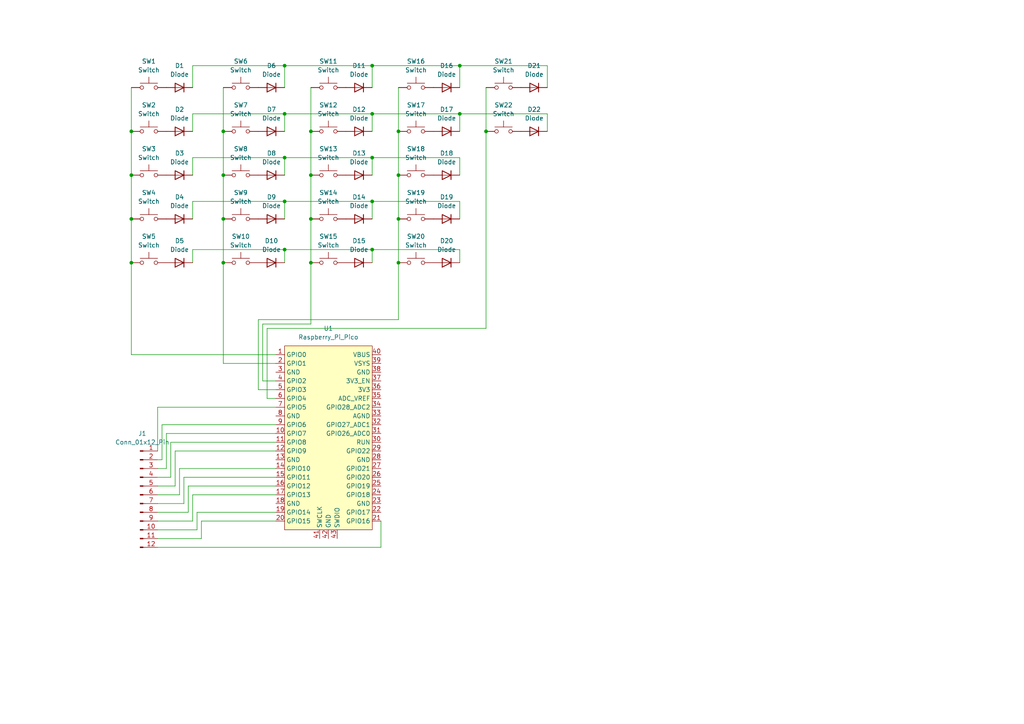
<source format=kicad_sch>
(kicad_sch (version 20230121) (generator eeschema)
  (paper "A4")
  (lib_symbols
    (symbol "Connector:Conn_01x12_Pin" (pin_names (offset 1.016) hide)
      (property "Reference" "J" (at 0 15.24 0))
      (property "Value" "Conn_01x12_Pin" (at 0 -17.78 0))
      (symbol "Conn_01x12_Pin_1_1"
        (polyline (pts (xy 1.27 -15.24) (xy 0.8636 -15.24)) (stroke (width 0.1524)))
        (polyline (pts (xy 1.27 -12.7) (xy 0.8636 -12.7)) (stroke (width 0.1524)))
        (polyline (pts (xy 1.27 -10.16) (xy 0.8636 -10.16)) (stroke (width 0.1524)))
        (polyline (pts (xy 1.27 -7.62) (xy 0.8636 -7.62)) (stroke (width 0.1524)))
        (polyline (pts (xy 1.27 -5.08) (xy 0.8636 -5.08)) (stroke (width 0.1524)))
        (polyline (pts (xy 1.27 -2.54) (xy 0.8636 -2.54)) (stroke (width 0.1524)))
        (polyline (pts (xy 1.27 0) (xy 0.8636 0)) (stroke (width 0.1524)))
        (polyline (pts (xy 1.27 2.54) (xy 0.8636 2.54)) (stroke (width 0.1524)))
        (polyline (pts (xy 1.27 5.08) (xy 0.8636 5.08)) (stroke (width 0.1524)))
        (polyline (pts (xy 1.27 7.62) (xy 0.8636 7.62)) (stroke (width 0.1524)))
        (polyline (pts (xy 1.27 10.16) (xy 0.8636 10.16)) (stroke (width 0.1524)))
        (polyline (pts (xy 1.27 12.7) (xy 0.8636 12.7)) (stroke (width 0.1524)))
        (rectangle (start 0.8636 -15.113) (end 0 -15.367) (stroke (width 0.1524)) (fill (type outline)))
        (rectangle (start 0.8636 -12.573) (end 0 -12.827) (stroke (width 0.1524)) (fill (type outline)))
        (rectangle (start 0.8636 -10.033) (end 0 -10.287) (stroke (width 0.1524)) (fill (type outline)))
        (rectangle (start 0.8636 -7.493) (end 0 -7.747) (stroke (width 0.1524)) (fill (type outline)))
        (rectangle (start 0.8636 -4.953) (end 0 -5.207) (stroke (width 0.1524)) (fill (type outline)))
        (rectangle (start 0.8636 -2.413) (end 0 -2.667) (stroke (width 0.1524)) (fill (type outline)))
        (rectangle (start 0.8636 0.127) (end 0 -0.127) (stroke (width 0.1524)) (fill (type outline)))
        (rectangle (start 0.8636 2.667) (end 0 2.413) (stroke (width 0.1524)) (fill (type outline)))
        (rectangle (start 0.8636 5.207) (end 0 4.953) (stroke (width 0.1524)) (fill (type outline)))
        (rectangle (start 0.8636 7.747) (end 0 7.493) (stroke (width 0.1524)) (fill (type outline)))
        (rectangle (start 0.8636 10.287) (end 0 10.033) (stroke (width 0.1524)) (fill (type outline)))
        (rectangle (start 0.8636 12.827) (end 0 12.573) (stroke (width 0.1524)) (fill (type outline)))
        (pin passive line (at 5.08 12.7 180) (length 3.81) (name "Pin_1") (number "1"))
        (pin passive line (at 5.08 -10.16 180) (length 3.81) (name "Pin_10") (number "10"))
        (pin passive line (at 5.08 -12.7 180) (length 3.81) (name "Pin_11") (number "11"))
        (pin passive line (at 5.08 -15.24 180) (length 3.81) (name "Pin_12") (number "12"))
        (pin passive line (at 5.08 10.16 180) (length 3.81) (name "Pin_2") (number "2"))
        (pin passive line (at 5.08 7.62 180) (length 3.81) (name "Pin_3") (number "3"))
        (pin passive line (at 5.08 5.08 180) (length 3.81) (name "Pin_4") (number "4"))
        (pin passive line (at 5.08 2.54 180) (length 3.81) (name "Pin_5") (number "5"))
        (pin passive line (at 5.08 0 180) (length 3.81) (name "Pin_6") (number "6"))
        (pin passive line (at 5.08 -2.54 180) (length 3.81) (name "Pin_7") (number "7"))
        (pin passive line (at 5.08 -5.08 180) (length 3.81) (name "Pin_8") (number "8"))
        (pin passive line (at 5.08 -7.62 180) (length 3.81) (name "Pin_9") (number "9"))
      )
    )
    (symbol "ScottoKeebs:MCU_Raspberry_Pi_Pico"
      (property "Reference" "U" (at 0 0 0))
      (property "Value" "Raspberry_Pi_Pico" (at 0 27.94 0))
      (symbol "MCU_Raspberry_Pi_Pico_0_1"
        (rectangle (start -12.7 26.67) (end 12.7 -26.67) (fill (type background)))
      )
      (symbol "MCU_Raspberry_Pi_Pico_1_1"
        (pin bidirectional line (at -15.24 24.13 0) (length 2.54) (name "GPIO0") (number "1"))
        (pin bidirectional line (at -15.24 1.27 0) (length 2.54) (name "GPIO7") (number "10"))
        (pin bidirectional line (at -15.24 -1.27 0) (length 2.54) (name "GPIO8") (number "11"))
        (pin bidirectional line (at -15.24 -3.81 0) (length 2.54) (name "GPIO9") (number "12"))
        (pin power_in line (at -15.24 -6.35 0) (length 2.54) (name "GND") (number "13"))
        (pin bidirectional line (at -15.24 -8.89 0) (length 2.54) (name "GPIO10") (number "14"))
        (pin bidirectional line (at -15.24 -11.43 0) (length 2.54) (name "GPIO11") (number "15"))
        (pin bidirectional line (at -15.24 -13.97 0) (length 2.54) (name "GPIO12") (number "16"))
        (pin bidirectional line (at -15.24 -16.51 0) (length 2.54) (name "GPIO13") (number "17"))
        (pin power_in line (at -15.24 -19.05 0) (length 2.54) (name "GND") (number "18"))
        (pin bidirectional line (at -15.24 -21.59 0) (length 2.54) (name "GPIO14") (number "19"))
        (pin bidirectional line (at -15.24 21.59 0) (length 2.54) (name "GPIO1") (number "2"))
        (pin bidirectional line (at -15.24 -24.13 0) (length 2.54) (name "GPIO15") (number "20"))
        (pin bidirectional line (at 15.24 -24.13 180) (length 2.54) (name "GPIO16") (number "21"))
        (pin bidirectional line (at 15.24 -21.59 180) (length 2.54) (name "GPIO17") (number "22"))
        (pin power_in line (at 15.24 -19.05 180) (length 2.54) (name "GND") (number "23"))
        (pin bidirectional line (at 15.24 -16.51 180) (length 2.54) (name "GPIO18") (number "24"))
        (pin bidirectional line (at 15.24 -13.97 180) (length 2.54) (name "GPIO19") (number "25"))
        (pin bidirectional line (at 15.24 -11.43 180) (length 2.54) (name "GPIO20") (number "26"))
        (pin bidirectional line (at 15.24 -8.89 180) (length 2.54) (name "GPIO21") (number "27"))
        (pin power_in line (at 15.24 -6.35 180) (length 2.54) (name "GND") (number "28"))
        (pin bidirectional line (at 15.24 -3.81 180) (length 2.54) (name "GPIO22") (number "29"))
        (pin power_in line (at -15.24 19.05 0) (length 2.54) (name "GND") (number "3"))
        (pin input line (at 15.24 -1.27 180) (length 2.54) (name "RUN") (number "30"))
        (pin bidirectional line (at 15.24 1.27 180) (length 2.54) (name "GPIO26_ADC0") (number "31"))
        (pin bidirectional line (at 15.24 3.81 180) (length 2.54) (name "GPIO27_ADC1") (number "32"))
        (pin power_in line (at 15.24 6.35 180) (length 2.54) (name "AGND") (number "33"))
        (pin bidirectional line (at 15.24 8.89 180) (length 2.54) (name "GPIO28_ADC2") (number "34"))
        (pin power_in line (at 15.24 11.43 180) (length 2.54) (name "ADC_VREF") (number "35"))
        (pin power_in line (at 15.24 13.97 180) (length 2.54) (name "3V3") (number "36"))
        (pin input line (at 15.24 16.51 180) (length 2.54) (name "3V3_EN") (number "37"))
        (pin bidirectional line (at 15.24 19.05 180) (length 2.54) (name "GND") (number "38"))
        (pin power_in line (at 15.24 21.59 180) (length 2.54) (name "VSYS") (number "39"))
        (pin bidirectional line (at -15.24 16.51 0) (length 2.54) (name "GPIO2") (number "4"))
        (pin power_in line (at 15.24 24.13 180) (length 2.54) (name "VBUS") (number "40"))
        (pin input line (at -2.54 -29.21 90) (length 2.54) (name "SWCLK") (number "41"))
        (pin power_in line (at 0 -29.21 90) (length 2.54) (name "GND") (number "42"))
        (pin bidirectional line (at 2.54 -29.21 90) (length 2.54) (name "SWDIO") (number "43"))
        (pin bidirectional line (at -15.24 13.97 0) (length 2.54) (name "GPIO3") (number "5"))
        (pin bidirectional line (at -15.24 11.43 0) (length 2.54) (name "GPIO4") (number "6"))
        (pin bidirectional line (at -15.24 8.89 0) (length 2.54) (name "GPIO5") (number "7"))
        (pin power_in line (at -15.24 6.35 0) (length 2.54) (name "GND") (number "8"))
        (pin bidirectional line (at -15.24 3.81 0) (length 2.54) (name "GPIO6") (number "9"))
      )
    )
    (symbol "ScottoKeebs:Placeholder_Diode" (pin_numbers hide) (pin_names hide)
      (property "Reference" "D" (at 0 2.54 0))
      (property "Value" "Diode" (at 0 -2.54 0))
      (symbol "Placeholder_Diode_0_1"
        (polyline (pts (xy -1.27 1.27) (xy -1.27 -1.27)) (stroke (width 0.254)))
        (polyline (pts (xy 1.27 0) (xy -1.27 0)))
        (polyline (pts (xy 1.27 1.27) (xy 1.27 -1.27) (xy -1.27 0) (xy 1.27 1.27)) (stroke (width 0.254)))
      )
      (symbol "Placeholder_Diode_1_1"
        (pin passive line (at -3.81 0 0) (length 2.54) (name "K") (number "1"))
        (pin passive line (at 3.81 0 180) (length 2.54) (name "A") (number "2"))
      )
    )
    (symbol "ScottoKeebs:Placeholder_Switch" (pin_numbers hide) (pin_names (offset 1.016) hide)
      (property "Reference" "SW" (at 1.27 2.54 0))
      (property "Value" "Switch" (at 0 -1.524 0))
      (symbol "Placeholder_Switch_0_1"
        (circle (center -2.032 0) (radius 0.508))
        (polyline (pts (xy 0 1.27) (xy 0 3.048)))
        (polyline (pts (xy 2.54 1.27) (xy -2.54 1.27)))
        (circle (center 2.032 0) (radius 0.508))
        (pin passive line (at -5.08 0 0) (length 2.54) (name "1") (number "1"))
        (pin passive line (at 5.08 0 180) (length 2.54) (name "2") (number "2"))
      )
    )
  )
  (junction (at 90.17 50.8))
  (junction (at 64.77 76.2))
  (junction (at 115.57 76.2))
  (junction (at 82.55 72.39))
  (junction (at 38.1 76.2))
  (junction (at 133.35 19.05))
  (junction (at 133.35 33.02))
  (junction (at 107.95 45.72))
  (junction (at 82.55 58.42))
  (junction (at 90.17 63.5))
  (junction (at 115.57 38.1))
  (junction (at 82.55 33.02))
  (junction (at 64.77 50.8))
  (junction (at 140.97 38.1))
  (junction (at 38.1 38.1))
  (junction (at 107.95 72.39))
  (junction (at 38.1 50.8))
  (junction (at 64.77 38.1))
  (junction (at 115.57 63.5))
  (junction (at 107.95 58.42))
  (junction (at 90.17 38.1))
  (junction (at 107.95 33.02))
  (junction (at 82.55 19.05))
  (junction (at 64.77 63.5))
  (junction (at 115.57 50.8))
  (junction (at 38.1 63.5))
  (junction (at 90.17 76.2))
  (junction (at 107.95 19.05))
  (junction (at 82.55 45.72))
  (wire (pts (xy 50.8 130.81) (xy 80.01 130.81)))
  (wire (pts (xy 110.49 151.13) (xy 110.49 158.75)))
  (wire (pts (xy 55.88 33.02) (xy 82.55 33.02)))
  (wire (pts (xy 50.8 130.81) (xy 50.8 140.97)))
  (wire (pts (xy 76.2 93.98) (xy 90.17 93.98)))
  (wire (pts (xy 64.77 50.8) (xy 64.77 38.1)))
  (wire (pts (xy 133.35 72.39) (xy 133.35 76.2)))
  (wire (pts (xy 80.01 113.03) (xy 74.93 113.03)))
  (wire (pts (xy 38.1 76.2) (xy 38.1 63.5)))
  (wire (pts (xy 57.15 148.59) (xy 57.15 153.67)))
  (wire (pts (xy 49.53 128.27) (xy 49.53 138.43)))
  (wire (pts (xy 80.01 148.59) (xy 57.15 148.59)))
  (wire (pts (xy 107.95 33.02) (xy 107.95 38.1)))
  (wire (pts (xy 133.35 19.05) (xy 158.75 19.05)))
  (wire (pts (xy 45.72 151.13) (xy 55.88 151.13)))
  (wire (pts (xy 45.72 118.11) (xy 45.72 130.81)))
  (wire (pts (xy 107.95 72.39) (xy 133.35 72.39)))
  (wire (pts (xy 52.07 143.51) (xy 45.72 143.51)))
  (wire (pts (xy 64.77 38.1) (xy 64.77 25.4)))
  (wire (pts (xy 90.17 50.8) (xy 90.17 38.1)))
  (wire (pts (xy 158.75 33.02) (xy 158.75 38.1)))
  (wire (pts (xy 107.95 19.05) (xy 133.35 19.05)))
  (wire (pts (xy 45.72 153.67) (xy 57.15 153.67)))
  (wire (pts (xy 52.07 135.89) (xy 52.07 143.51)))
  (wire (pts (xy 58.42 156.21) (xy 45.72 156.21)))
  (wire (pts (xy 55.88 19.05) (xy 82.55 19.05)))
  (wire (pts (xy 45.72 158.75) (xy 110.49 158.75)))
  (wire (pts (xy 133.35 33.02) (xy 158.75 33.02)))
  (wire (pts (xy 107.95 58.42) (xy 107.95 63.5)))
  (wire (pts (xy 55.88 63.5) (xy 55.88 58.42)))
  (wire (pts (xy 80.01 118.11) (xy 45.72 118.11)))
  (wire (pts (xy 74.93 92.71) (xy 115.57 92.71)))
  (wire (pts (xy 82.55 33.02) (xy 82.55 38.1)))
  (wire (pts (xy 49.53 138.43) (xy 45.72 138.43)))
  (wire (pts (xy 82.55 19.05) (xy 107.95 19.05)))
  (wire (pts (xy 80.01 151.13) (xy 58.42 151.13)))
  (wire (pts (xy 115.57 63.5) (xy 115.57 50.8)))
  (wire (pts (xy 82.55 45.72) (xy 82.55 50.8)))
  (wire (pts (xy 55.88 58.42) (xy 82.55 58.42)))
  (wire (pts (xy 82.55 45.72) (xy 107.95 45.72)))
  (wire (pts (xy 58.42 151.13) (xy 58.42 156.21)))
  (wire (pts (xy 80.01 102.87) (xy 38.1 102.87)))
  (wire (pts (xy 80.01 128.27) (xy 49.53 128.27)))
  (wire (pts (xy 80.01 115.57) (xy 77.47 115.57)))
  (wire (pts (xy 80.01 110.49) (xy 76.2 110.49)))
  (wire (pts (xy 45.72 135.89) (xy 48.26 135.89)))
  (wire (pts (xy 55.88 76.2) (xy 55.88 72.39)))
  (wire (pts (xy 64.77 76.2) (xy 64.77 63.5)))
  (wire (pts (xy 45.72 146.05) (xy 53.34 146.05)))
  (wire (pts (xy 38.1 50.8) (xy 38.1 38.1)))
  (wire (pts (xy 90.17 38.1) (xy 90.17 25.4)))
  (wire (pts (xy 133.35 45.72) (xy 133.35 50.8)))
  (wire (pts (xy 53.34 138.43) (xy 80.01 138.43)))
  (wire (pts (xy 55.88 143.51) (xy 80.01 143.51)))
  (wire (pts (xy 90.17 63.5) (xy 90.17 50.8)))
  (wire (pts (xy 80.01 105.41) (xy 64.77 105.41)))
  (wire (pts (xy 82.55 58.42) (xy 107.95 58.42)))
  (wire (pts (xy 115.57 92.71) (xy 115.57 76.2)))
  (wire (pts (xy 107.95 58.42) (xy 133.35 58.42)))
  (wire (pts (xy 82.55 72.39) (xy 107.95 72.39)))
  (wire (pts (xy 38.1 102.87) (xy 38.1 76.2)))
  (wire (pts (xy 82.55 72.39) (xy 82.55 76.2)))
  (wire (pts (xy 82.55 58.42) (xy 82.55 63.5)))
  (wire (pts (xy 133.35 19.05) (xy 133.35 25.4)))
  (wire (pts (xy 80.01 140.97) (xy 54.61 140.97)))
  (wire (pts (xy 80.01 123.19) (xy 46.99 123.19)))
  (wire (pts (xy 46.99 123.19) (xy 46.99 133.35)))
  (wire (pts (xy 53.34 146.05) (xy 53.34 138.43)))
  (wire (pts (xy 107.95 45.72) (xy 107.95 50.8)))
  (wire (pts (xy 115.57 38.1) (xy 115.57 25.4)))
  (wire (pts (xy 133.35 58.42) (xy 133.35 63.5)))
  (wire (pts (xy 90.17 93.98) (xy 90.17 76.2)))
  (wire (pts (xy 115.57 50.8) (xy 115.57 38.1)))
  (wire (pts (xy 107.95 72.39) (xy 107.95 76.2)))
  (wire (pts (xy 64.77 63.5) (xy 64.77 50.8)))
  (wire (pts (xy 82.55 19.05) (xy 82.55 25.4)))
  (wire (pts (xy 140.97 38.1) (xy 140.97 25.4)))
  (wire (pts (xy 74.93 113.03) (xy 74.93 92.71)))
  (wire (pts (xy 38.1 38.1) (xy 38.1 25.4)))
  (wire (pts (xy 55.88 50.8) (xy 55.88 45.72)))
  (wire (pts (xy 55.88 151.13) (xy 55.88 143.51)))
  (wire (pts (xy 55.88 25.4) (xy 55.88 19.05)))
  (wire (pts (xy 115.57 76.2) (xy 115.57 63.5)))
  (wire (pts (xy 107.95 19.05) (xy 107.95 25.4)))
  (wire (pts (xy 76.2 110.49) (xy 76.2 93.98)))
  (wire (pts (xy 80.01 135.89) (xy 52.07 135.89)))
  (wire (pts (xy 54.61 140.97) (xy 54.61 148.59)))
  (wire (pts (xy 140.97 95.25) (xy 140.97 38.1)))
  (wire (pts (xy 133.35 33.02) (xy 133.35 38.1)))
  (wire (pts (xy 64.77 105.41) (xy 64.77 76.2)))
  (wire (pts (xy 82.55 33.02) (xy 107.95 33.02)))
  (wire (pts (xy 46.99 133.35) (xy 45.72 133.35)))
  (wire (pts (xy 38.1 63.5) (xy 38.1 50.8)))
  (wire (pts (xy 55.88 45.72) (xy 82.55 45.72)))
  (wire (pts (xy 45.72 140.97) (xy 50.8 140.97)))
  (wire (pts (xy 54.61 148.59) (xy 45.72 148.59)))
  (wire (pts (xy 55.88 72.39) (xy 82.55 72.39)))
  (wire (pts (xy 90.17 76.2) (xy 90.17 63.5)))
  (wire (pts (xy 55.88 38.1) (xy 55.88 33.02)))
  (wire (pts (xy 158.75 19.05) (xy 158.75 25.4)))
  (wire (pts (xy 48.26 125.73) (xy 80.01 125.73)))
  (wire (pts (xy 77.47 115.57) (xy 77.47 95.25)))
  (wire (pts (xy 48.26 135.89) (xy 48.26 125.73)))
  (wire (pts (xy 107.95 45.72) (xy 133.35 45.72)))
  (wire (pts (xy 107.95 33.02) (xy 133.35 33.02)))
  (wire (pts (xy 77.47 95.25) (xy 140.97 95.25)))
  (symbol (lib_id "ScottoKeebs:Placeholder_Switch") (at 95.25 38.1 0) (unit 1)
    (property "Reference" "SW12" (at 95.25 30.48 0))
    (property "Value" "Switch" (at 95.25 33.02 0))
  )
  (symbol (lib_id "ScottoKeebs:Placeholder_Diode") (at 78.74 63.5 180) (unit 1)
    (property "Reference" "D9" (at 78.74 57.15 0))
    (property "Value" "Diode" (at 78.74 59.69 0))
    (property "Sim.Device" "D" (effects hide))
    (property "Sim.Pins" "1=K 2=A" (effects hide))
  )
  (symbol (lib_id "ScottoKeebs:Placeholder_Diode") (at 52.07 50.8 180) (unit 1)
    (property "Reference" "D3" (at 52.07 44.45 0))
    (property "Value" "Diode" (at 52.07 46.99 0))
    (property "Sim.Device" "D" (effects hide))
    (property "Sim.Pins" "1=K 2=A" (effects hide))
  )
  (symbol (lib_id "ScottoKeebs:Placeholder_Switch") (at 43.18 76.2 0) (unit 1)
    (property "Reference" "SW5" (at 43.18 68.58 0))
    (property "Value" "Switch" (at 43.18 71.12 0))
  )
  (symbol (lib_id "ScottoKeebs:Placeholder_Diode") (at 154.94 38.1 180) (unit 1)
    (property "Reference" "D22" (at 154.94 31.75 0))
    (property "Value" "Diode" (at 154.94 34.29 0))
    (property "Sim.Device" "D" (effects hide))
    (property "Sim.Pins" "1=K 2=A" (effects hide))
  )
  (symbol (lib_id "ScottoKeebs:Placeholder_Switch") (at 146.05 38.1 0) (unit 1)
    (property "Reference" "SW22" (at 146.05 30.48 0))
    (property "Value" "Switch" (at 146.05 33.02 0))
  )
  (symbol (lib_id "ScottoKeebs:Placeholder_Diode") (at 52.07 63.5 180) (unit 1)
    (property "Reference" "D4" (at 52.07 57.15 0))
    (property "Value" "Diode" (at 52.07 59.69 0))
    (property "Sim.Device" "D" (effects hide))
    (property "Sim.Pins" "1=K 2=A" (effects hide))
  )
  (symbol (lib_id "ScottoKeebs:Placeholder_Switch") (at 69.85 25.4 0) (unit 1)
    (property "Reference" "SW6" (at 69.85 17.78 0))
    (property "Value" "Switch" (at 69.85 20.32 0))
  )
  (symbol (lib_id "ScottoKeebs:Placeholder_Diode") (at 104.14 38.1 180) (unit 1)
    (property "Reference" "D12" (at 104.14 31.75 0))
    (property "Value" "Diode" (at 104.14 34.29 0))
    (property "Sim.Device" "D" (effects hide))
    (property "Sim.Pins" "1=K 2=A" (effects hide))
  )
  (symbol (lib_id "ScottoKeebs:Placeholder_Switch") (at 69.85 38.1 0) (unit 1)
    (property "Reference" "SW7" (at 69.85 30.48 0))
    (property "Value" "Switch" (at 69.85 33.02 0))
  )
  (symbol (lib_id "ScottoKeebs:Placeholder_Switch") (at 43.18 63.5 0) (unit 1)
    (property "Reference" "SW4" (at 43.18 55.88 0))
    (property "Value" "Switch" (at 43.18 58.42 0))
  )
  (symbol (lib_id "ScottoKeebs:Placeholder_Diode") (at 129.54 25.4 180) (unit 1)
    (property "Reference" "D16" (at 129.54 19.05 0))
    (property "Value" "Diode" (at 129.54 21.59 0))
    (property "Sim.Device" "D" (effects hide))
    (property "Sim.Pins" "1=K 2=A" (effects hide))
  )
  (symbol (lib_id "Connector:Conn_01x12_Pin") (at 40.64 143.51 0) (unit 1)
    (property "Reference" "J1" (at 41.275 125.73 0))
    (property "Value" "Conn_01x12_Pin" (at 41.275 128.27 0))
  )
  (symbol (lib_id "ScottoKeebs:Placeholder_Switch") (at 120.65 38.1 0) (unit 1)
    (property "Reference" "SW17" (at 120.65 30.48 0))
    (property "Value" "Switch" (at 120.65 33.02 0))
  )
  (symbol (lib_id "ScottoKeebs:Placeholder_Diode") (at 104.14 50.8 180) (unit 1)
    (property "Reference" "D13" (at 104.14 44.45 0))
    (property "Value" "Diode" (at 104.14 46.99 0))
    (property "Sim.Device" "D" (effects hide))
    (property "Sim.Pins" "1=K 2=A" (effects hide))
  )
  (symbol (lib_id "ScottoKeebs:Placeholder_Switch") (at 95.25 50.8 0) (unit 1)
    (property "Reference" "SW13" (at 95.25 43.18 0))
    (property "Value" "Switch" (at 95.25 45.72 0))
  )
  (symbol (lib_id "ScottoKeebs:Placeholder_Diode") (at 104.14 63.5 180) (unit 1)
    (property "Reference" "D14" (at 104.14 57.15 0))
    (property "Value" "Diode" (at 104.14 59.69 0))
    (property "Sim.Device" "D" (effects hide))
    (property "Sim.Pins" "1=K 2=A" (effects hide))
  )
  (symbol (lib_id "ScottoKeebs:Placeholder_Diode") (at 78.74 38.1 180) (unit 1)
    (property "Reference" "D7" (at 78.74 31.75 0))
    (property "Value" "Diode" (at 78.74 34.29 0))
    (property "Sim.Device" "D" (effects hide))
    (property "Sim.Pins" "1=K 2=A" (effects hide))
  )
  (symbol (lib_id "ScottoKeebs:Placeholder_Switch") (at 146.05 25.4 0) (unit 1)
    (property "Reference" "SW21" (at 146.05 17.78 0))
    (property "Value" "Switch" (at 146.05 20.32 0))
  )
  (symbol (lib_id "ScottoKeebs:Placeholder_Diode") (at 154.94 25.4 180) (unit 1)
    (property "Reference" "D21" (at 154.94 19.05 0))
    (property "Value" "Diode" (at 154.94 21.59 0))
    (property "Sim.Device" "D" (effects hide))
    (property "Sim.Pins" "1=K 2=A" (effects hide))
  )
  (symbol (lib_id "ScottoKeebs:Placeholder_Switch") (at 69.85 50.8 0) (unit 1)
    (property "Reference" "SW8" (at 69.85 43.18 0))
    (property "Value" "Switch" (at 69.85 45.72 0))
  )
  (symbol (lib_id "ScottoKeebs:Placeholder_Diode") (at 78.74 25.4 180) (unit 1)
    (property "Reference" "D6" (at 78.74 19.05 0))
    (property "Value" "Diode" (at 78.74 21.59 0))
    (property "Sim.Device" "D" (effects hide))
    (property "Sim.Pins" "1=K 2=A" (effects hide))
  )
  (symbol (lib_id "ScottoKeebs:Placeholder_Switch") (at 43.18 50.8 0) (unit 1)
    (property "Reference" "SW3" (at 43.18 43.18 0))
    (property "Value" "Switch" (at 43.18 45.72 0))
  )
  (symbol (lib_id "ScottoKeebs:Placeholder_Diode") (at 78.74 76.2 180) (unit 1)
    (property "Reference" "D10" (at 78.74 69.85 0))
    (property "Value" "Diode" (at 78.74 72.39 0))
    (property "Sim.Device" "D" (effects hide))
    (property "Sim.Pins" "1=K 2=A" (effects hide))
  )
  (symbol (lib_id "ScottoKeebs:Placeholder_Switch") (at 43.18 38.1 0) (unit 1)
    (property "Reference" "SW2" (at 43.18 30.48 0))
    (property "Value" "Switch" (at 43.18 33.02 0))
  )
  (symbol (lib_id "ScottoKeebs:Placeholder_Switch") (at 120.65 63.5 0) (unit 1)
    (property "Reference" "SW19" (at 120.65 55.88 0))
    (property "Value" "Switch" (at 120.65 58.42 0))
  )
  (symbol (lib_id "ScottoKeebs:Placeholder_Switch") (at 120.65 76.2 0) (unit 1)
    (property "Reference" "SW20" (at 120.65 68.58 0))
    (property "Value" "Switch" (at 120.65 71.12 0))
  )
  (symbol (lib_id "ScottoKeebs:Placeholder_Diode") (at 104.14 76.2 180) (unit 1)
    (property "Reference" "D15" (at 104.14 69.85 0))
    (property "Value" "Diode" (at 104.14 72.39 0))
    (property "Sim.Device" "D" (effects hide))
    (property "Sim.Pins" "1=K 2=A" (effects hide))
  )
  (symbol (lib_id "ScottoKeebs:Placeholder_Switch") (at 120.65 25.4 0) (unit 1)
    (property "Reference" "SW16" (at 120.65 17.78 0))
    (property "Value" "Switch" (at 120.65 20.32 0))
  )
  (symbol (lib_id "ScottoKeebs:Placeholder_Diode") (at 52.07 76.2 180) (unit 1)
    (property "Reference" "D5" (at 52.07 69.85 0))
    (property "Value" "Diode" (at 52.07 72.39 0))
    (property "Sim.Device" "D" (effects hide))
    (property "Sim.Pins" "1=K 2=A" (effects hide))
  )
  (symbol (lib_id "ScottoKeebs:Placeholder_Diode") (at 129.54 50.8 180) (unit 1)
    (property "Reference" "D18" (at 129.54 44.45 0))
    (property "Value" "Diode" (at 129.54 46.99 0))
    (property "Sim.Device" "D" (effects hide))
    (property "Sim.Pins" "1=K 2=A" (effects hide))
  )
  (symbol (lib_id "ScottoKeebs:Placeholder_Diode") (at 129.54 76.2 180) (unit 1)
    (property "Reference" "D20" (at 129.54 69.85 0))
    (property "Value" "Diode" (at 129.54 72.39 0))
    (property "Sim.Device" "D" (effects hide))
    (property "Sim.Pins" "1=K 2=A" (effects hide))
  )
  (symbol (lib_id "ScottoKeebs:Placeholder_Switch") (at 95.25 63.5 0) (unit 1)
    (property "Reference" "SW14" (at 95.25 55.88 0))
    (property "Value" "Switch" (at 95.25 58.42 0))
  )
  (symbol (lib_id "ScottoKeebs:Placeholder_Diode") (at 104.14 25.4 180) (unit 1)
    (property "Reference" "D11" (at 104.14 19.05 0))
    (property "Value" "Diode" (at 104.14 21.59 0))
    (property "Sim.Device" "D" (effects hide))
    (property "Sim.Pins" "1=K 2=A" (effects hide))
  )
  (symbol (lib_id "ScottoKeebs:Placeholder_Diode") (at 129.54 63.5 180) (unit 1)
    (property "Reference" "D19" (at 129.54 57.15 0))
    (property "Value" "Diode" (at 129.54 59.69 0))
    (property "Sim.Device" "D" (effects hide))
    (property "Sim.Pins" "1=K 2=A" (effects hide))
  )
  (symbol (lib_id "ScottoKeebs:Placeholder_Switch") (at 43.18 25.4 0) (unit 1)
    (property "Reference" "SW1" (at 43.18 17.78 0))
    (property "Value" "Switch" (at 43.18 20.32 0))
  )
  (symbol (lib_id "ScottoKeebs:MCU_Raspberry_Pi_Pico") (at 95.25 127 0) (unit 1)
    (property "Reference" "U1" (at 95.25 95.25 0))
    (property "Value" "Raspberry_Pi_Pico" (at 95.25 97.79 0))
    (property "Footprint" "ScottoKeebs_MCU:Raspberry_Pi_Pico" (effects hide))
  )
  (symbol (lib_id "ScottoKeebs:Placeholder_Switch") (at 69.85 63.5 0) (unit 1)
    (property "Reference" "SW9" (at 69.85 55.88 0))
    (property "Value" "Switch" (at 69.85 58.42 0))
  )
  (symbol (lib_id "ScottoKeebs:Placeholder_Switch") (at 69.85 76.2 0) (unit 1)
    (property "Reference" "SW10" (at 69.85 68.58 0))
    (property "Value" "Switch" (at 69.85 71.12 0))
  )
  (symbol (lib_id "ScottoKeebs:Placeholder_Diode") (at 129.54 38.1 180) (unit 1)
    (property "Reference" "D17" (at 129.54 31.75 0))
    (property "Value" "Diode" (at 129.54 34.29 0))
    (property "Sim.Device" "D" (effects hide))
    (property "Sim.Pins" "1=K 2=A" (effects hide))
  )
  (symbol (lib_id "ScottoKeebs:Placeholder_Diode") (at 52.07 25.4 180) (unit 1)
    (property "Reference" "D1" (at 52.07 19.05 0))
    (property "Value" "Diode" (at 52.07 21.59 0))
    (property "Sim.Device" "D" (effects hide))
    (property "Sim.Pins" "1=K 2=A" (effects hide))
  )
  (symbol (lib_id "ScottoKeebs:Placeholder_Diode") (at 52.07 38.1 180) (unit 1)
    (property "Reference" "D2" (at 52.07 31.75 0))
    (property "Value" "Diode" (at 52.07 34.29 0))
    (property "Sim.Device" "D" (effects hide))
    (property "Sim.Pins" "1=K 2=A" (effects hide))
  )
  (symbol (lib_id "ScottoKeebs:Placeholder_Switch") (at 95.25 25.4 0) (unit 1)
    (property "Reference" "SW11" (at 95.25 17.78 0))
    (property "Value" "Switch" (at 95.25 20.32 0))
  )
  (symbol (lib_id "ScottoKeebs:Placeholder_Switch") (at 120.65 50.8 0) (unit 1)
    (property "Reference" "SW18" (at 120.65 43.18 0))
    (property "Value" "Switch" (at 120.65 45.72 0))
  )
  (symbol (lib_id "ScottoKeebs:Placeholder_Switch") (at 95.25 76.2 0) (unit 1)
    (property "Reference" "SW15" (at 95.25 68.58 0))
    (property "Value" "Switch" (at 95.25 71.12 0))
  )
  (symbol (lib_id "ScottoKeebs:Placeholder_Diode") (at 78.74 50.8 180) (unit 1)
    (property "Reference" "D8" (at 78.74 44.45 0))
    (property "Value" "Diode" (at 78.74 46.99 0))
    (property "Sim.Device" "D" (effects hide))
    (property "Sim.Pins" "1=K 2=A" (effects hide))
  )
)
</source>
